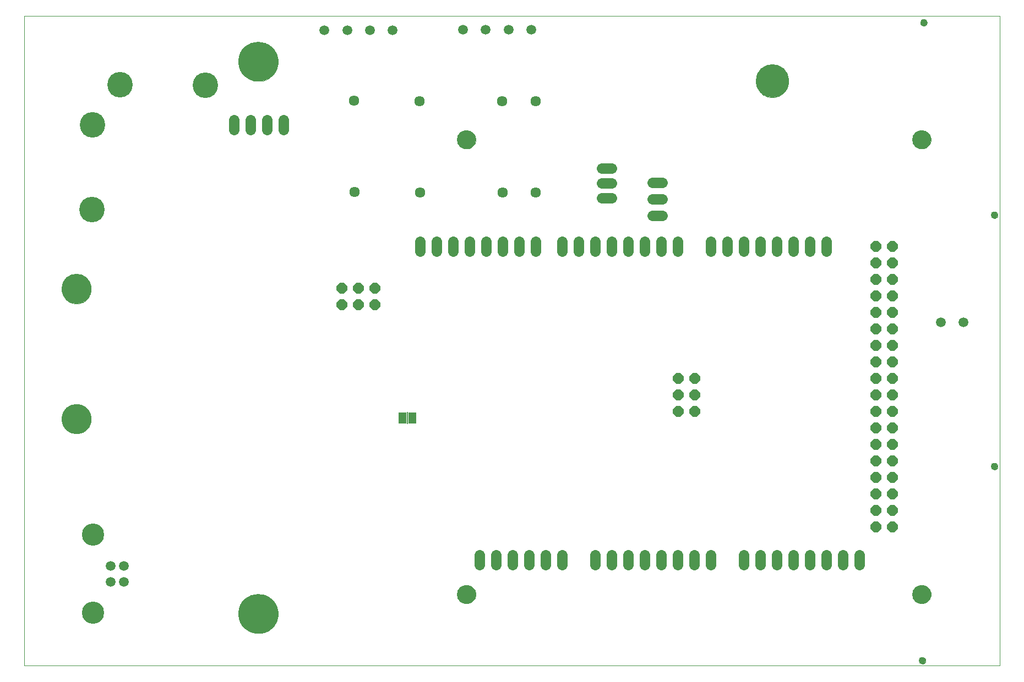
<source format=gbs>
G75*
G70*
%OFA0B0*%
%FSLAX24Y24*%
%IPPOS*%
%LPD*%
%AMOC8*
5,1,8,0,0,1.08239X$1,22.5*
%
%ADD10C,0.0000*%
%ADD11C,0.2402*%
%ADD12C,0.2009*%
%ADD13C,0.1142*%
%ADD14C,0.1812*%
%ADD15C,0.0434*%
%ADD16OC8,0.0640*%
%ADD17C,0.0640*%
%ADD18R,0.0500X0.0670*%
%ADD19R,0.0060X0.0720*%
%ADD20C,0.1542*%
%ADD21C,0.1346*%
%ADD22C,0.0594*%
%ADD23C,0.0634*%
D10*
X000382Y000190D02*
X000382Y039560D01*
X059437Y039560D01*
X059437Y000190D01*
X000382Y000190D01*
X013374Y003340D02*
X013376Y003409D01*
X013382Y003477D01*
X013392Y003545D01*
X013406Y003612D01*
X013424Y003679D01*
X013445Y003744D01*
X013471Y003808D01*
X013500Y003870D01*
X013532Y003930D01*
X013568Y003989D01*
X013608Y004045D01*
X013650Y004099D01*
X013696Y004150D01*
X013745Y004199D01*
X013796Y004245D01*
X013850Y004287D01*
X013906Y004327D01*
X013964Y004363D01*
X014025Y004395D01*
X014087Y004424D01*
X014151Y004450D01*
X014216Y004471D01*
X014283Y004489D01*
X014350Y004503D01*
X014418Y004513D01*
X014486Y004519D01*
X014555Y004521D01*
X014624Y004519D01*
X014692Y004513D01*
X014760Y004503D01*
X014827Y004489D01*
X014894Y004471D01*
X014959Y004450D01*
X015023Y004424D01*
X015085Y004395D01*
X015145Y004363D01*
X015204Y004327D01*
X015260Y004287D01*
X015314Y004245D01*
X015365Y004199D01*
X015414Y004150D01*
X015460Y004099D01*
X015502Y004045D01*
X015542Y003989D01*
X015578Y003930D01*
X015610Y003870D01*
X015639Y003808D01*
X015665Y003744D01*
X015686Y003679D01*
X015704Y003612D01*
X015718Y003545D01*
X015728Y003477D01*
X015734Y003409D01*
X015736Y003340D01*
X015734Y003271D01*
X015728Y003203D01*
X015718Y003135D01*
X015704Y003068D01*
X015686Y003001D01*
X015665Y002936D01*
X015639Y002872D01*
X015610Y002810D01*
X015578Y002749D01*
X015542Y002691D01*
X015502Y002635D01*
X015460Y002581D01*
X015414Y002530D01*
X015365Y002481D01*
X015314Y002435D01*
X015260Y002393D01*
X015204Y002353D01*
X015146Y002317D01*
X015085Y002285D01*
X015023Y002256D01*
X014959Y002230D01*
X014894Y002209D01*
X014827Y002191D01*
X014760Y002177D01*
X014692Y002167D01*
X014624Y002161D01*
X014555Y002159D01*
X014486Y002161D01*
X014418Y002167D01*
X014350Y002177D01*
X014283Y002191D01*
X014216Y002209D01*
X014151Y002230D01*
X014087Y002256D01*
X014025Y002285D01*
X013964Y002317D01*
X013906Y002353D01*
X013850Y002393D01*
X013796Y002435D01*
X013745Y002481D01*
X013696Y002530D01*
X013650Y002581D01*
X013608Y002635D01*
X013568Y002691D01*
X013532Y002749D01*
X013500Y002810D01*
X013471Y002872D01*
X013445Y002936D01*
X013424Y003001D01*
X013406Y003068D01*
X013392Y003135D01*
X013382Y003203D01*
X013376Y003271D01*
X013374Y003340D01*
X026603Y004521D02*
X026605Y004568D01*
X026611Y004614D01*
X026621Y004660D01*
X026634Y004705D01*
X026652Y004748D01*
X026673Y004790D01*
X026697Y004830D01*
X026725Y004867D01*
X026756Y004902D01*
X026790Y004935D01*
X026826Y004964D01*
X026865Y004990D01*
X026906Y005013D01*
X026949Y005032D01*
X026993Y005048D01*
X027038Y005060D01*
X027084Y005068D01*
X027131Y005072D01*
X027177Y005072D01*
X027224Y005068D01*
X027270Y005060D01*
X027315Y005048D01*
X027359Y005032D01*
X027402Y005013D01*
X027443Y004990D01*
X027482Y004964D01*
X027518Y004935D01*
X027552Y004902D01*
X027583Y004867D01*
X027611Y004830D01*
X027635Y004790D01*
X027656Y004748D01*
X027674Y004705D01*
X027687Y004660D01*
X027697Y004614D01*
X027703Y004568D01*
X027705Y004521D01*
X027703Y004474D01*
X027697Y004428D01*
X027687Y004382D01*
X027674Y004337D01*
X027656Y004294D01*
X027635Y004252D01*
X027611Y004212D01*
X027583Y004175D01*
X027552Y004140D01*
X027518Y004107D01*
X027482Y004078D01*
X027443Y004052D01*
X027402Y004029D01*
X027359Y004010D01*
X027315Y003994D01*
X027270Y003982D01*
X027224Y003974D01*
X027177Y003970D01*
X027131Y003970D01*
X027084Y003974D01*
X027038Y003982D01*
X026993Y003994D01*
X026949Y004010D01*
X026906Y004029D01*
X026865Y004052D01*
X026826Y004078D01*
X026790Y004107D01*
X026756Y004140D01*
X026725Y004175D01*
X026697Y004212D01*
X026673Y004252D01*
X026652Y004294D01*
X026634Y004337D01*
X026621Y004382D01*
X026611Y004428D01*
X026605Y004474D01*
X026603Y004521D01*
X002645Y015151D02*
X002647Y015210D01*
X002653Y015269D01*
X002663Y015327D01*
X002676Y015385D01*
X002694Y015442D01*
X002715Y015497D01*
X002740Y015551D01*
X002769Y015603D01*
X002801Y015652D01*
X002836Y015700D01*
X002874Y015745D01*
X002915Y015788D01*
X002959Y015828D01*
X003005Y015864D01*
X003054Y015898D01*
X003105Y015928D01*
X003158Y015955D01*
X003213Y015978D01*
X003268Y015997D01*
X003326Y016013D01*
X003384Y016025D01*
X003442Y016033D01*
X003501Y016037D01*
X003561Y016037D01*
X003620Y016033D01*
X003678Y016025D01*
X003736Y016013D01*
X003794Y015997D01*
X003849Y015978D01*
X003904Y015955D01*
X003957Y015928D01*
X004008Y015898D01*
X004057Y015864D01*
X004103Y015828D01*
X004147Y015788D01*
X004188Y015745D01*
X004226Y015700D01*
X004261Y015652D01*
X004293Y015603D01*
X004322Y015551D01*
X004347Y015497D01*
X004368Y015442D01*
X004386Y015385D01*
X004399Y015327D01*
X004409Y015269D01*
X004415Y015210D01*
X004417Y015151D01*
X004415Y015092D01*
X004409Y015033D01*
X004399Y014975D01*
X004386Y014917D01*
X004368Y014860D01*
X004347Y014805D01*
X004322Y014751D01*
X004293Y014699D01*
X004261Y014650D01*
X004226Y014602D01*
X004188Y014557D01*
X004147Y014514D01*
X004103Y014474D01*
X004057Y014438D01*
X004008Y014404D01*
X003957Y014374D01*
X003904Y014347D01*
X003849Y014324D01*
X003794Y014305D01*
X003736Y014289D01*
X003678Y014277D01*
X003620Y014269D01*
X003561Y014265D01*
X003501Y014265D01*
X003442Y014269D01*
X003384Y014277D01*
X003326Y014289D01*
X003268Y014305D01*
X003213Y014324D01*
X003158Y014347D01*
X003105Y014374D01*
X003054Y014404D01*
X003005Y014438D01*
X002959Y014474D01*
X002915Y014514D01*
X002874Y014557D01*
X002836Y014602D01*
X002801Y014650D01*
X002769Y014699D01*
X002740Y014751D01*
X002715Y014805D01*
X002694Y014860D01*
X002676Y014917D01*
X002663Y014975D01*
X002653Y015033D01*
X002647Y015092D01*
X002645Y015151D01*
X002645Y023025D02*
X002647Y023084D01*
X002653Y023143D01*
X002663Y023201D01*
X002676Y023259D01*
X002694Y023316D01*
X002715Y023371D01*
X002740Y023425D01*
X002769Y023477D01*
X002801Y023526D01*
X002836Y023574D01*
X002874Y023619D01*
X002915Y023662D01*
X002959Y023702D01*
X003005Y023738D01*
X003054Y023772D01*
X003105Y023802D01*
X003158Y023829D01*
X003213Y023852D01*
X003268Y023871D01*
X003326Y023887D01*
X003384Y023899D01*
X003442Y023907D01*
X003501Y023911D01*
X003561Y023911D01*
X003620Y023907D01*
X003678Y023899D01*
X003736Y023887D01*
X003794Y023871D01*
X003849Y023852D01*
X003904Y023829D01*
X003957Y023802D01*
X004008Y023772D01*
X004057Y023738D01*
X004103Y023702D01*
X004147Y023662D01*
X004188Y023619D01*
X004226Y023574D01*
X004261Y023526D01*
X004293Y023477D01*
X004322Y023425D01*
X004347Y023371D01*
X004368Y023316D01*
X004386Y023259D01*
X004399Y023201D01*
X004409Y023143D01*
X004415Y023084D01*
X004417Y023025D01*
X004415Y022966D01*
X004409Y022907D01*
X004399Y022849D01*
X004386Y022791D01*
X004368Y022734D01*
X004347Y022679D01*
X004322Y022625D01*
X004293Y022573D01*
X004261Y022524D01*
X004226Y022476D01*
X004188Y022431D01*
X004147Y022388D01*
X004103Y022348D01*
X004057Y022312D01*
X004008Y022278D01*
X003957Y022248D01*
X003904Y022221D01*
X003849Y022198D01*
X003794Y022179D01*
X003736Y022163D01*
X003678Y022151D01*
X003620Y022143D01*
X003561Y022139D01*
X003501Y022139D01*
X003442Y022143D01*
X003384Y022151D01*
X003326Y022163D01*
X003268Y022179D01*
X003213Y022198D01*
X003158Y022221D01*
X003105Y022248D01*
X003054Y022278D01*
X003005Y022312D01*
X002959Y022348D01*
X002915Y022388D01*
X002874Y022431D01*
X002836Y022476D01*
X002801Y022524D01*
X002769Y022573D01*
X002740Y022625D01*
X002715Y022679D01*
X002694Y022734D01*
X002676Y022791D01*
X002663Y022849D01*
X002653Y022907D01*
X002647Y022966D01*
X002645Y023025D01*
X013374Y036804D02*
X013376Y036873D01*
X013382Y036941D01*
X013392Y037009D01*
X013406Y037076D01*
X013424Y037143D01*
X013445Y037208D01*
X013471Y037272D01*
X013500Y037334D01*
X013532Y037394D01*
X013568Y037453D01*
X013608Y037509D01*
X013650Y037563D01*
X013696Y037614D01*
X013745Y037663D01*
X013796Y037709D01*
X013850Y037751D01*
X013906Y037791D01*
X013964Y037827D01*
X014025Y037859D01*
X014087Y037888D01*
X014151Y037914D01*
X014216Y037935D01*
X014283Y037953D01*
X014350Y037967D01*
X014418Y037977D01*
X014486Y037983D01*
X014555Y037985D01*
X014624Y037983D01*
X014692Y037977D01*
X014760Y037967D01*
X014827Y037953D01*
X014894Y037935D01*
X014959Y037914D01*
X015023Y037888D01*
X015085Y037859D01*
X015145Y037827D01*
X015204Y037791D01*
X015260Y037751D01*
X015314Y037709D01*
X015365Y037663D01*
X015414Y037614D01*
X015460Y037563D01*
X015502Y037509D01*
X015542Y037453D01*
X015578Y037394D01*
X015610Y037334D01*
X015639Y037272D01*
X015665Y037208D01*
X015686Y037143D01*
X015704Y037076D01*
X015718Y037009D01*
X015728Y036941D01*
X015734Y036873D01*
X015736Y036804D01*
X015734Y036735D01*
X015728Y036667D01*
X015718Y036599D01*
X015704Y036532D01*
X015686Y036465D01*
X015665Y036400D01*
X015639Y036336D01*
X015610Y036274D01*
X015578Y036213D01*
X015542Y036155D01*
X015502Y036099D01*
X015460Y036045D01*
X015414Y035994D01*
X015365Y035945D01*
X015314Y035899D01*
X015260Y035857D01*
X015204Y035817D01*
X015146Y035781D01*
X015085Y035749D01*
X015023Y035720D01*
X014959Y035694D01*
X014894Y035673D01*
X014827Y035655D01*
X014760Y035641D01*
X014692Y035631D01*
X014624Y035625D01*
X014555Y035623D01*
X014486Y035625D01*
X014418Y035631D01*
X014350Y035641D01*
X014283Y035655D01*
X014216Y035673D01*
X014151Y035694D01*
X014087Y035720D01*
X014025Y035749D01*
X013964Y035781D01*
X013906Y035817D01*
X013850Y035857D01*
X013796Y035899D01*
X013745Y035945D01*
X013696Y035994D01*
X013650Y036045D01*
X013608Y036099D01*
X013568Y036155D01*
X013532Y036213D01*
X013500Y036274D01*
X013471Y036336D01*
X013445Y036400D01*
X013424Y036465D01*
X013406Y036532D01*
X013392Y036599D01*
X013382Y036667D01*
X013376Y036735D01*
X013374Y036804D01*
X026603Y032080D02*
X026605Y032127D01*
X026611Y032173D01*
X026621Y032219D01*
X026634Y032264D01*
X026652Y032307D01*
X026673Y032349D01*
X026697Y032389D01*
X026725Y032426D01*
X026756Y032461D01*
X026790Y032494D01*
X026826Y032523D01*
X026865Y032549D01*
X026906Y032572D01*
X026949Y032591D01*
X026993Y032607D01*
X027038Y032619D01*
X027084Y032627D01*
X027131Y032631D01*
X027177Y032631D01*
X027224Y032627D01*
X027270Y032619D01*
X027315Y032607D01*
X027359Y032591D01*
X027402Y032572D01*
X027443Y032549D01*
X027482Y032523D01*
X027518Y032494D01*
X027552Y032461D01*
X027583Y032426D01*
X027611Y032389D01*
X027635Y032349D01*
X027656Y032307D01*
X027674Y032264D01*
X027687Y032219D01*
X027697Y032173D01*
X027703Y032127D01*
X027705Y032080D01*
X027703Y032033D01*
X027697Y031987D01*
X027687Y031941D01*
X027674Y031896D01*
X027656Y031853D01*
X027635Y031811D01*
X027611Y031771D01*
X027583Y031734D01*
X027552Y031699D01*
X027518Y031666D01*
X027482Y031637D01*
X027443Y031611D01*
X027402Y031588D01*
X027359Y031569D01*
X027315Y031553D01*
X027270Y031541D01*
X027224Y031533D01*
X027177Y031529D01*
X027131Y031529D01*
X027084Y031533D01*
X027038Y031541D01*
X026993Y031553D01*
X026949Y031569D01*
X026906Y031588D01*
X026865Y031611D01*
X026826Y031637D01*
X026790Y031666D01*
X026756Y031699D01*
X026725Y031734D01*
X026697Y031771D01*
X026673Y031811D01*
X026652Y031853D01*
X026634Y031896D01*
X026621Y031941D01*
X026611Y031987D01*
X026605Y032033D01*
X026603Y032080D01*
X044673Y035623D02*
X044675Y035685D01*
X044681Y035748D01*
X044691Y035809D01*
X044705Y035870D01*
X044722Y035930D01*
X044743Y035989D01*
X044769Y036046D01*
X044797Y036101D01*
X044829Y036155D01*
X044865Y036206D01*
X044903Y036256D01*
X044945Y036302D01*
X044989Y036346D01*
X045037Y036387D01*
X045086Y036425D01*
X045138Y036459D01*
X045192Y036490D01*
X045248Y036518D01*
X045306Y036542D01*
X045365Y036563D01*
X045425Y036579D01*
X045486Y036592D01*
X045548Y036601D01*
X045610Y036606D01*
X045673Y036607D01*
X045735Y036604D01*
X045797Y036597D01*
X045859Y036586D01*
X045919Y036571D01*
X045979Y036553D01*
X046037Y036531D01*
X046094Y036505D01*
X046149Y036475D01*
X046202Y036442D01*
X046253Y036406D01*
X046301Y036367D01*
X046347Y036324D01*
X046390Y036279D01*
X046430Y036231D01*
X046467Y036181D01*
X046501Y036128D01*
X046532Y036074D01*
X046558Y036018D01*
X046582Y035960D01*
X046601Y035900D01*
X046617Y035840D01*
X046629Y035778D01*
X046637Y035717D01*
X046641Y035654D01*
X046641Y035592D01*
X046637Y035529D01*
X046629Y035468D01*
X046617Y035406D01*
X046601Y035346D01*
X046582Y035286D01*
X046558Y035228D01*
X046532Y035172D01*
X046501Y035118D01*
X046467Y035065D01*
X046430Y035015D01*
X046390Y034967D01*
X046347Y034922D01*
X046301Y034879D01*
X046253Y034840D01*
X046202Y034804D01*
X046149Y034771D01*
X046094Y034741D01*
X046037Y034715D01*
X045979Y034693D01*
X045919Y034675D01*
X045859Y034660D01*
X045797Y034649D01*
X045735Y034642D01*
X045673Y034639D01*
X045610Y034640D01*
X045548Y034645D01*
X045486Y034654D01*
X045425Y034667D01*
X045365Y034683D01*
X045306Y034704D01*
X045248Y034728D01*
X045192Y034756D01*
X045138Y034787D01*
X045086Y034821D01*
X045037Y034859D01*
X044989Y034900D01*
X044945Y034944D01*
X044903Y034990D01*
X044865Y035040D01*
X044829Y035091D01*
X044797Y035145D01*
X044769Y035200D01*
X044743Y035257D01*
X044722Y035316D01*
X044705Y035376D01*
X044691Y035437D01*
X044681Y035498D01*
X044675Y035561D01*
X044673Y035623D01*
X054162Y032080D02*
X054164Y032127D01*
X054170Y032173D01*
X054180Y032219D01*
X054193Y032264D01*
X054211Y032307D01*
X054232Y032349D01*
X054256Y032389D01*
X054284Y032426D01*
X054315Y032461D01*
X054349Y032494D01*
X054385Y032523D01*
X054424Y032549D01*
X054465Y032572D01*
X054508Y032591D01*
X054552Y032607D01*
X054597Y032619D01*
X054643Y032627D01*
X054690Y032631D01*
X054736Y032631D01*
X054783Y032627D01*
X054829Y032619D01*
X054874Y032607D01*
X054918Y032591D01*
X054961Y032572D01*
X055002Y032549D01*
X055041Y032523D01*
X055077Y032494D01*
X055111Y032461D01*
X055142Y032426D01*
X055170Y032389D01*
X055194Y032349D01*
X055215Y032307D01*
X055233Y032264D01*
X055246Y032219D01*
X055256Y032173D01*
X055262Y032127D01*
X055264Y032080D01*
X055262Y032033D01*
X055256Y031987D01*
X055246Y031941D01*
X055233Y031896D01*
X055215Y031853D01*
X055194Y031811D01*
X055170Y031771D01*
X055142Y031734D01*
X055111Y031699D01*
X055077Y031666D01*
X055041Y031637D01*
X055002Y031611D01*
X054961Y031588D01*
X054918Y031569D01*
X054874Y031553D01*
X054829Y031541D01*
X054783Y031533D01*
X054736Y031529D01*
X054690Y031529D01*
X054643Y031533D01*
X054597Y031541D01*
X054552Y031553D01*
X054508Y031569D01*
X054465Y031588D01*
X054424Y031611D01*
X054385Y031637D01*
X054349Y031666D01*
X054315Y031699D01*
X054284Y031734D01*
X054256Y031771D01*
X054232Y031811D01*
X054211Y031853D01*
X054193Y031896D01*
X054180Y031941D01*
X054170Y031987D01*
X054164Y032033D01*
X054162Y032080D01*
X058925Y027513D02*
X058927Y027540D01*
X058933Y027567D01*
X058942Y027593D01*
X058955Y027617D01*
X058971Y027640D01*
X058990Y027659D01*
X059012Y027676D01*
X059036Y027690D01*
X059061Y027700D01*
X059088Y027707D01*
X059115Y027710D01*
X059143Y027709D01*
X059170Y027704D01*
X059196Y027696D01*
X059220Y027684D01*
X059243Y027668D01*
X059264Y027650D01*
X059281Y027629D01*
X059296Y027605D01*
X059307Y027580D01*
X059315Y027554D01*
X059319Y027527D01*
X059319Y027499D01*
X059315Y027472D01*
X059307Y027446D01*
X059296Y027421D01*
X059281Y027397D01*
X059264Y027376D01*
X059243Y027358D01*
X059221Y027342D01*
X059196Y027330D01*
X059170Y027322D01*
X059143Y027317D01*
X059115Y027316D01*
X059088Y027319D01*
X059061Y027326D01*
X059036Y027336D01*
X059012Y027350D01*
X058990Y027367D01*
X058971Y027386D01*
X058955Y027409D01*
X058942Y027433D01*
X058933Y027459D01*
X058927Y027486D01*
X058925Y027513D01*
X054634Y039166D02*
X054636Y039193D01*
X054642Y039220D01*
X054651Y039246D01*
X054664Y039270D01*
X054680Y039293D01*
X054699Y039312D01*
X054721Y039329D01*
X054745Y039343D01*
X054770Y039353D01*
X054797Y039360D01*
X054824Y039363D01*
X054852Y039362D01*
X054879Y039357D01*
X054905Y039349D01*
X054929Y039337D01*
X054952Y039321D01*
X054973Y039303D01*
X054990Y039282D01*
X055005Y039258D01*
X055016Y039233D01*
X055024Y039207D01*
X055028Y039180D01*
X055028Y039152D01*
X055024Y039125D01*
X055016Y039099D01*
X055005Y039074D01*
X054990Y039050D01*
X054973Y039029D01*
X054952Y039011D01*
X054930Y038995D01*
X054905Y038983D01*
X054879Y038975D01*
X054852Y038970D01*
X054824Y038969D01*
X054797Y038972D01*
X054770Y038979D01*
X054745Y038989D01*
X054721Y039003D01*
X054699Y039020D01*
X054680Y039039D01*
X054664Y039062D01*
X054651Y039086D01*
X054642Y039112D01*
X054636Y039139D01*
X054634Y039166D01*
X058925Y012277D02*
X058927Y012304D01*
X058933Y012331D01*
X058942Y012357D01*
X058955Y012381D01*
X058971Y012404D01*
X058990Y012423D01*
X059012Y012440D01*
X059036Y012454D01*
X059061Y012464D01*
X059088Y012471D01*
X059115Y012474D01*
X059143Y012473D01*
X059170Y012468D01*
X059196Y012460D01*
X059220Y012448D01*
X059243Y012432D01*
X059264Y012414D01*
X059281Y012393D01*
X059296Y012369D01*
X059307Y012344D01*
X059315Y012318D01*
X059319Y012291D01*
X059319Y012263D01*
X059315Y012236D01*
X059307Y012210D01*
X059296Y012185D01*
X059281Y012161D01*
X059264Y012140D01*
X059243Y012122D01*
X059221Y012106D01*
X059196Y012094D01*
X059170Y012086D01*
X059143Y012081D01*
X059115Y012080D01*
X059088Y012083D01*
X059061Y012090D01*
X059036Y012100D01*
X059012Y012114D01*
X058990Y012131D01*
X058971Y012150D01*
X058955Y012173D01*
X058942Y012197D01*
X058933Y012223D01*
X058927Y012250D01*
X058925Y012277D01*
X054162Y004521D02*
X054164Y004568D01*
X054170Y004614D01*
X054180Y004660D01*
X054193Y004705D01*
X054211Y004748D01*
X054232Y004790D01*
X054256Y004830D01*
X054284Y004867D01*
X054315Y004902D01*
X054349Y004935D01*
X054385Y004964D01*
X054424Y004990D01*
X054465Y005013D01*
X054508Y005032D01*
X054552Y005048D01*
X054597Y005060D01*
X054643Y005068D01*
X054690Y005072D01*
X054736Y005072D01*
X054783Y005068D01*
X054829Y005060D01*
X054874Y005048D01*
X054918Y005032D01*
X054961Y005013D01*
X055002Y004990D01*
X055041Y004964D01*
X055077Y004935D01*
X055111Y004902D01*
X055142Y004867D01*
X055170Y004830D01*
X055194Y004790D01*
X055215Y004748D01*
X055233Y004705D01*
X055246Y004660D01*
X055256Y004614D01*
X055262Y004568D01*
X055264Y004521D01*
X055262Y004474D01*
X055256Y004428D01*
X055246Y004382D01*
X055233Y004337D01*
X055215Y004294D01*
X055194Y004252D01*
X055170Y004212D01*
X055142Y004175D01*
X055111Y004140D01*
X055077Y004107D01*
X055041Y004078D01*
X055002Y004052D01*
X054961Y004029D01*
X054918Y004010D01*
X054874Y003994D01*
X054829Y003982D01*
X054783Y003974D01*
X054736Y003970D01*
X054690Y003970D01*
X054643Y003974D01*
X054597Y003982D01*
X054552Y003994D01*
X054508Y004010D01*
X054465Y004029D01*
X054424Y004052D01*
X054385Y004078D01*
X054349Y004107D01*
X054315Y004140D01*
X054284Y004175D01*
X054256Y004212D01*
X054232Y004252D01*
X054211Y004294D01*
X054193Y004337D01*
X054180Y004382D01*
X054170Y004428D01*
X054164Y004474D01*
X054162Y004521D01*
X054555Y000505D02*
X054557Y000532D01*
X054563Y000559D01*
X054572Y000585D01*
X054585Y000609D01*
X054601Y000632D01*
X054620Y000651D01*
X054642Y000668D01*
X054666Y000682D01*
X054691Y000692D01*
X054718Y000699D01*
X054745Y000702D01*
X054773Y000701D01*
X054800Y000696D01*
X054826Y000688D01*
X054850Y000676D01*
X054873Y000660D01*
X054894Y000642D01*
X054911Y000621D01*
X054926Y000597D01*
X054937Y000572D01*
X054945Y000546D01*
X054949Y000519D01*
X054949Y000491D01*
X054945Y000464D01*
X054937Y000438D01*
X054926Y000413D01*
X054911Y000389D01*
X054894Y000368D01*
X054873Y000350D01*
X054851Y000334D01*
X054826Y000322D01*
X054800Y000314D01*
X054773Y000309D01*
X054745Y000308D01*
X054718Y000311D01*
X054691Y000318D01*
X054666Y000328D01*
X054642Y000342D01*
X054620Y000359D01*
X054601Y000378D01*
X054585Y000401D01*
X054572Y000425D01*
X054563Y000451D01*
X054557Y000478D01*
X054555Y000505D01*
D11*
X014555Y003340D03*
X014555Y036804D03*
D12*
X045657Y035623D03*
D13*
X054713Y032080D03*
X027154Y032080D03*
X027154Y004521D03*
X054713Y004521D03*
D14*
X003531Y015151D03*
X003531Y023025D03*
D15*
X054831Y039166D03*
X059122Y027513D03*
X059122Y012277D03*
X054752Y000505D03*
D16*
X052932Y008590D03*
X051932Y008590D03*
X051932Y009590D03*
X052932Y009590D03*
X052932Y010590D03*
X051932Y010590D03*
X051932Y011590D03*
X052932Y011590D03*
X052932Y012590D03*
X051932Y012590D03*
X051932Y013590D03*
X052932Y013590D03*
X052932Y014590D03*
X051932Y014590D03*
X051932Y015590D03*
X052932Y015590D03*
X052932Y016590D03*
X051932Y016590D03*
X051932Y017590D03*
X052932Y017590D03*
X052932Y018590D03*
X051932Y018590D03*
X051932Y019590D03*
X052932Y019590D03*
X052932Y020590D03*
X051932Y020590D03*
X051932Y021590D03*
X052932Y021590D03*
X052932Y022590D03*
X051932Y022590D03*
X051932Y023590D03*
X052932Y023590D03*
X052932Y024590D03*
X051932Y024590D03*
X051932Y025590D03*
X052932Y025590D03*
X040982Y017590D03*
X039982Y017590D03*
X039982Y016590D03*
X040982Y016590D03*
X040982Y015590D03*
X039982Y015590D03*
X021603Y022073D03*
X020603Y022073D03*
X019603Y022073D03*
X019603Y023073D03*
X020603Y023073D03*
X021603Y023073D03*
D17*
X024332Y025290D02*
X024332Y025890D01*
X025332Y025890D02*
X025332Y025290D01*
X026332Y025290D02*
X026332Y025890D01*
X027332Y025890D02*
X027332Y025290D01*
X028332Y025290D02*
X028332Y025890D01*
X029332Y025890D02*
X029332Y025290D01*
X030332Y025290D02*
X030332Y025890D01*
X031332Y025890D02*
X031332Y025290D01*
X032932Y025290D02*
X032932Y025890D01*
X033932Y025890D02*
X033932Y025290D01*
X034932Y025290D02*
X034932Y025890D01*
X035932Y025890D02*
X035932Y025290D01*
X036932Y025290D02*
X036932Y025890D01*
X037932Y025890D02*
X037932Y025290D01*
X038932Y025290D02*
X038932Y025890D01*
X039932Y025890D02*
X039932Y025290D01*
X041932Y025290D02*
X041932Y025890D01*
X042932Y025890D02*
X042932Y025290D01*
X043932Y025290D02*
X043932Y025890D01*
X044932Y025890D02*
X044932Y025290D01*
X045932Y025290D02*
X045932Y025890D01*
X046932Y025890D02*
X046932Y025290D01*
X047932Y025290D02*
X047932Y025890D01*
X048932Y025890D02*
X048932Y025290D01*
X039005Y027458D02*
X038405Y027458D01*
X038405Y028458D02*
X039005Y028458D01*
X039005Y029458D02*
X038405Y029458D01*
X035930Y029442D02*
X035330Y029442D01*
X035330Y030342D02*
X035930Y030342D01*
X035930Y028542D02*
X035330Y028542D01*
X016056Y032667D02*
X016056Y033267D01*
X015056Y033267D02*
X015056Y032667D01*
X014056Y032667D02*
X014056Y033267D01*
X013056Y033267D02*
X013056Y032667D01*
X027932Y006890D02*
X027932Y006290D01*
X028932Y006290D02*
X028932Y006890D01*
X029932Y006890D02*
X029932Y006290D01*
X030932Y006290D02*
X030932Y006890D01*
X031932Y006890D02*
X031932Y006290D01*
X032932Y006290D02*
X032932Y006890D01*
X034932Y006890D02*
X034932Y006290D01*
X035932Y006290D02*
X035932Y006890D01*
X036932Y006890D02*
X036932Y006290D01*
X037932Y006290D02*
X037932Y006890D01*
X038932Y006890D02*
X038932Y006290D01*
X039932Y006290D02*
X039932Y006890D01*
X040932Y006890D02*
X040932Y006290D01*
X041932Y006290D02*
X041932Y006890D01*
X043932Y006890D02*
X043932Y006290D01*
X044932Y006290D02*
X044932Y006890D01*
X045932Y006890D02*
X045932Y006290D01*
X046932Y006290D02*
X046932Y006890D01*
X047932Y006890D02*
X047932Y006290D01*
X048932Y006290D02*
X048932Y006890D01*
X049932Y006890D02*
X049932Y006290D01*
X050932Y006290D02*
X050932Y006890D01*
D18*
X023859Y015213D03*
X023259Y015213D03*
D19*
X023559Y015213D03*
D20*
X004476Y027827D03*
X004496Y032987D03*
X006188Y035407D03*
X011348Y035387D03*
D21*
X004547Y008131D03*
X004547Y003391D03*
D22*
X005614Y005269D03*
X006402Y005269D03*
X006402Y006253D03*
X005614Y006253D03*
X018551Y038694D03*
X019929Y038694D03*
X021307Y038694D03*
X022685Y038694D03*
X026937Y038733D03*
X028315Y038733D03*
X029693Y038733D03*
X031071Y038733D03*
X055874Y021017D03*
X057252Y021017D03*
D23*
X031346Y028871D03*
X029339Y028871D03*
X024339Y028871D03*
X020362Y028911D03*
X020343Y034442D03*
X024319Y034403D03*
X029319Y034403D03*
X031327Y034403D03*
M02*

</source>
